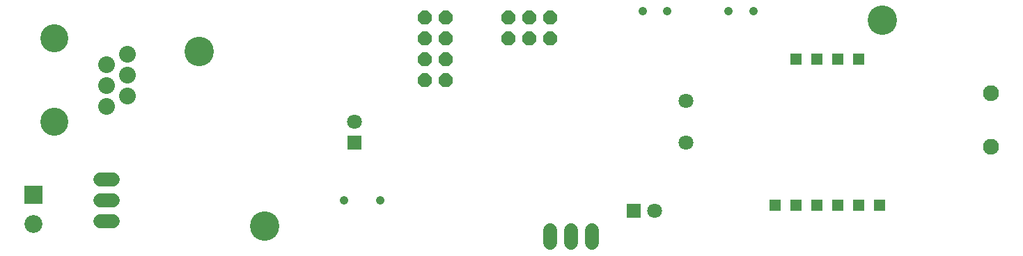
<source format=gbs>
G75*
%MOIN*%
%OFA0B0*%
%FSLAX25Y25*%
%IPPOS*%
%LPD*%
%AMOC8*
5,1,8,0,0,1.08239X$1,22.5*
%
%ADD10C,0.14100*%
%ADD11C,0.07100*%
%ADD12R,0.07100X0.07100*%
%ADD13C,0.08000*%
%ADD14C,0.13400*%
%ADD15OC8,0.06600*%
%ADD16R,0.08600X0.08600*%
%ADD17C,0.08600*%
%ADD18C,0.06600*%
%ADD19C,0.07600*%
%ADD20C,0.04143*%
%ADD21R,0.05324X0.05324*%
D10*
X0134144Y0016745D03*
X0102819Y0100415D03*
X0429848Y0115225D03*
D11*
X0335900Y0076600D03*
X0335900Y0056600D03*
X0320900Y0024100D03*
X0177150Y0066600D03*
D12*
X0177150Y0056600D03*
X0310900Y0024100D03*
D13*
X0068400Y0079100D03*
X0058400Y0074100D03*
X0058400Y0084100D03*
X0068400Y0089100D03*
X0058400Y0094100D03*
X0068400Y0099100D03*
D14*
X0033400Y0106600D03*
X0033400Y0066600D03*
D15*
X0210900Y0086600D03*
X0220900Y0086600D03*
X0220900Y0096600D03*
X0210900Y0096600D03*
X0210900Y0106600D03*
X0220900Y0106600D03*
X0250900Y0106600D03*
X0260900Y0106600D03*
X0270900Y0106600D03*
X0270900Y0116600D03*
X0260900Y0116600D03*
X0250900Y0116600D03*
X0220900Y0116600D03*
X0210900Y0116600D03*
D16*
X0023400Y0031600D03*
D17*
X0023400Y0017820D03*
D18*
X0055400Y0019100D02*
X0061400Y0019100D01*
X0061400Y0029100D02*
X0055400Y0029100D01*
X0055400Y0039100D02*
X0061400Y0039100D01*
X0270900Y0014600D02*
X0270900Y0008600D01*
X0280900Y0008600D02*
X0280900Y0014600D01*
X0290900Y0014600D02*
X0290900Y0008600D01*
D19*
X0481775Y0054639D03*
X0481775Y0080229D03*
D20*
X0368056Y0119725D03*
X0356244Y0119725D03*
X0326806Y0119725D03*
X0314994Y0119725D03*
X0189561Y0029100D03*
X0172239Y0029100D03*
D21*
X0378400Y0026600D03*
X0388400Y0026600D03*
X0398400Y0026600D03*
X0408400Y0026600D03*
X0418400Y0026600D03*
X0428400Y0026600D03*
X0418400Y0096600D03*
X0408400Y0096600D03*
X0398400Y0096600D03*
X0388400Y0096600D03*
M02*

</source>
